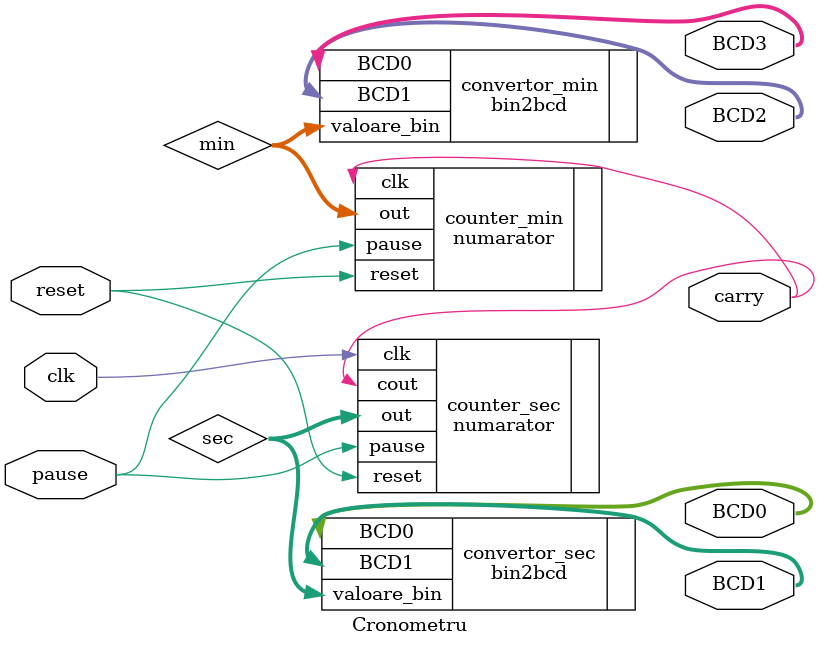
<source format=v>
`timescale 1ns / 1ps

module Cronometru(input clk, pause, reset, output[3:0] BCD0, BCD1, BCD2, BCD3, output carry);
    
    wire[5 : 0] sec;
    wire[5 : 0] min;
    numarator counter_sec(.clk(clk), .reset(reset), .pause(pause), .out(sec), .cout(carry));
    bin2bcd convertor_sec(.valoare_bin(sec), .BCD0(BCD0), .BCD1(BCD1));
    numarator counter_min(.clk(carry), .reset(reset), .pause(pause), .out(min));
    bin2bcd convertor_min(.valoare_bin(min), .BCD0(BCD3), .BCD1(BCD2));
endmodule
</source>
